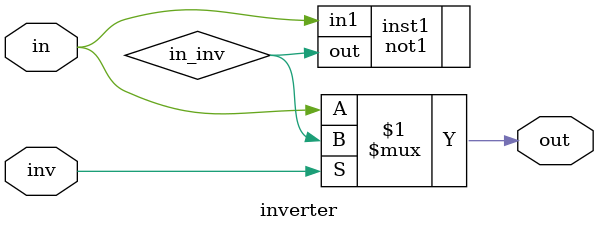
<source format=v>
module inverter(in, inv, out);
	input in, inv;
	output out;

	wire in_inv;

	not1 inst1(.in1(in), .out(in_inv));

	assign out = inv ? in_inv : in;

endmodule
</source>
